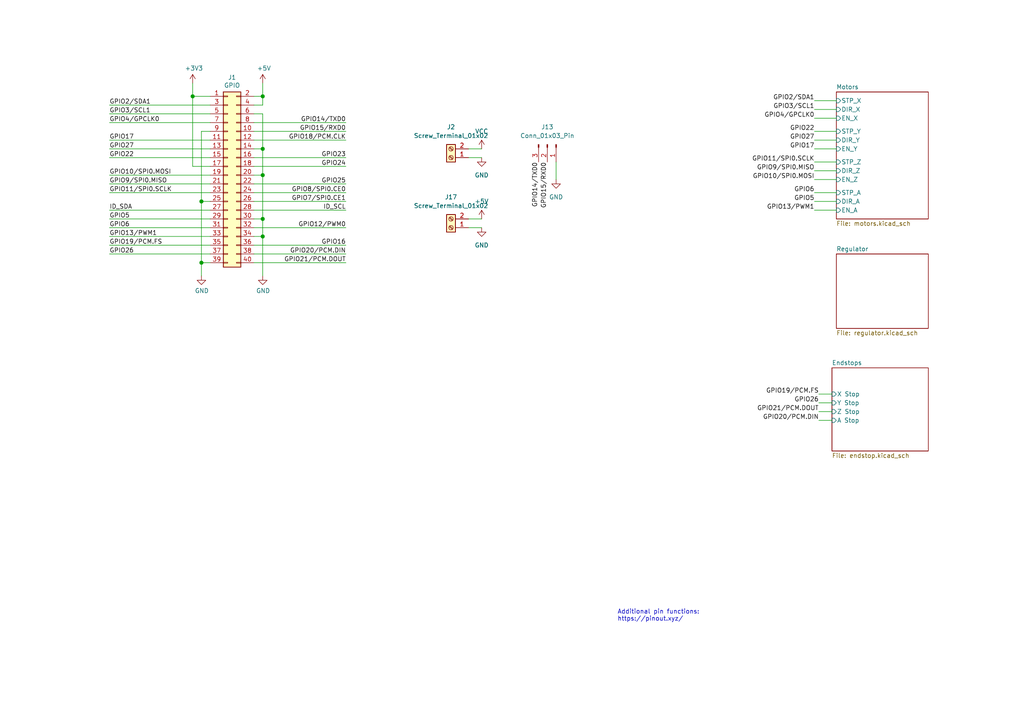
<source format=kicad_sch>
(kicad_sch (version 20230121) (generator eeschema)
  (paper "A4")
  (title_block (date "15 nov 2012"))
  (lib_symbols
    (symbol "+5V_1" (power) (pin_names (offset 0))
      (property "Value" "+5V_1" (at 0 3.556 0))
      (symbol "+5V_1_0_1"
        (polyline (pts (xy -0.762 1.27) (xy 0 2.54)))
        (polyline (pts (xy 0 0) (xy 0 2.54)))
        (polyline (pts (xy 0 2.54) (xy 0.762 1.27)))
      )
      (symbol "+5V_1_1_1"
        (pin power_in line (at 0 0 90) (length 0) hide (name "+5V") (number "1"))
      )
    )
    (symbol "Connector:Conn_01x03_Pin" (pin_names (offset 1.016) hide)
      (property "Reference" "J" (at 0 5.08 0))
      (property "Value" "Conn_01x03_Pin" (at 0 -5.08 0))
      (symbol "Conn_01x03_Pin_1_1"
        (polyline (pts (xy 1.27 -2.54) (xy 0.8636 -2.54)) (stroke (width 0.1524)))
        (polyline (pts (xy 1.27 0) (xy 0.8636 0)) (stroke (width 0.1524)))
        (polyline (pts (xy 1.27 2.54) (xy 0.8636 2.54)) (stroke (width 0.1524)))
        (rectangle (start 0.8636 -2.413) (end 0 -2.667) (stroke (width 0.1524)) (fill (type outline)))
        (rectangle (start 0.8636 0.127) (end 0 -0.127) (stroke (width 0.1524)) (fill (type outline)))
        (rectangle (start 0.8636 2.667) (end 0 2.413) (stroke (width 0.1524)) (fill (type outline)))
        (pin passive line (at 5.08 2.54 180) (length 3.81) (name "Pin_1") (number "1"))
        (pin passive line (at 5.08 0 180) (length 3.81) (name "Pin_2") (number "2"))
        (pin passive line (at 5.08 -2.54 180) (length 3.81) (name "Pin_3") (number "3"))
      )
    )
    (symbol "Connector:Screw_Terminal_01x02" (pin_names (offset 1.016) hide)
      (property "Reference" "J" (at 0 2.54 0))
      (property "Value" "Screw_Terminal_01x02" (at 0 -5.08 0))
      (symbol "Screw_Terminal_01x02_1_1"
        (rectangle (start -1.27 1.27) (end 1.27 -3.81) (stroke (width 0.254)) (fill (type background)))
        (circle (center 0 -2.54) (radius 0.635) (stroke (width 0.1524)))
        (polyline (pts (xy -0.5334 -2.2098) (xy 0.3302 -3.048)) (stroke (width 0.1524)))
        (polyline (pts (xy -0.5334 0.3302) (xy 0.3302 -0.508)) (stroke (width 0.1524)))
        (polyline (pts (xy -0.3556 -2.032) (xy 0.508 -2.8702)) (stroke (width 0.1524)))
        (polyline (pts (xy -0.3556 0.508) (xy 0.508 -0.3302)) (stroke (width 0.1524)))
        (circle (center 0 0) (radius 0.635) (stroke (width 0.1524)))
        (pin passive line (at -5.08 0 0) (length 3.81) (name "Pin_1") (number "1"))
        (pin passive line (at -5.08 -2.54 0) (length 3.81) (name "Pin_2") (number "2"))
      )
    )
    (symbol "Connector_Generic:Conn_02x20_Odd_Even" (pin_names (offset 1.016) hide)
      (property "Reference" "J" (at 1.27 25.4 0))
      (property "Value" "Conn_02x20_Odd_Even" (at 1.27 -27.94 0))
      (symbol "Conn_02x20_Odd_Even_1_1"
        (rectangle (start -1.27 -25.273) (end 0 -25.527) (stroke (width 0.1524)))
        (rectangle (start -1.27 -22.733) (end 0 -22.987) (stroke (width 0.1524)))
        (rectangle (start -1.27 -20.193) (end 0 -20.447) (stroke (width 0.1524)))
        (rectangle (start -1.27 -17.653) (end 0 -17.907) (stroke (width 0.1524)))
        (rectangle (start -1.27 -15.113) (end 0 -15.367) (stroke (width 0.1524)))
        (rectangle (start -1.27 -12.573) (end 0 -12.827) (stroke (width 0.1524)))
        (rectangle (start -1.27 -10.033) (end 0 -10.287) (stroke (width 0.1524)))
        (rectangle (start -1.27 -7.493) (end 0 -7.747) (stroke (width 0.1524)))
        (rectangle (start -1.27 -4.953) (end 0 -5.207) (stroke (width 0.1524)))
        (rectangle (start -1.27 -2.413) (end 0 -2.667) (stroke (width 0.1524)))
        (rectangle (start -1.27 0.127) (end 0 -0.127) (stroke (width 0.1524)))
        (rectangle (start -1.27 2.667) (end 0 2.413) (stroke (width 0.1524)))
        (rectangle (start -1.27 5.207) (end 0 4.953) (stroke (width 0.1524)))
        (rectangle (start -1.27 7.747) (end 0 7.493) (stroke (width 0.1524)))
        (rectangle (start -1.27 10.287) (end 0 10.033) (stroke (width 0.1524)))
        (rectangle (start -1.27 12.827) (end 0 12.573) (stroke (width 0.1524)))
        (rectangle (start -1.27 15.367) (end 0 15.113) (stroke (width 0.1524)))
        (rectangle (start -1.27 17.907) (end 0 17.653) (stroke (width 0.1524)))
        (rectangle (start -1.27 20.447) (end 0 20.193) (stroke (width 0.1524)))
        (rectangle (start -1.27 22.987) (end 0 22.733) (stroke (width 0.1524)))
        (rectangle (start -1.27 24.13) (end 3.81 -26.67) (stroke (width 0.254)) (fill (type background)))
        (rectangle (start 3.81 -25.273) (end 2.54 -25.527) (stroke (width 0.1524)))
        (rectangle (start 3.81 -22.733) (end 2.54 -22.987) (stroke (width 0.1524)))
        (rectangle (start 3.81 -20.193) (end 2.54 -20.447) (stroke (width 0.1524)))
        (rectangle (start 3.81 -17.653) (end 2.54 -17.907) (stroke (width 0.1524)))
        (rectangle (start 3.81 -15.113) (end 2.54 -15.367) (stroke (width 0.1524)))
        (rectangle (start 3.81 -12.573) (end 2.54 -12.827) (stroke (width 0.1524)))
        (rectangle (start 3.81 -10.033) (end 2.54 -10.287) (stroke (width 0.1524)))
        (rectangle (start 3.81 -7.493) (end 2.54 -7.747) (stroke (width 0.1524)))
        (rectangle (start 3.81 -4.953) (end 2.54 -5.207) (stroke (width 0.1524)))
        (rectangle (start 3.81 -2.413) (end 2.54 -2.667) (stroke (width 0.1524)))
        (rectangle (start 3.81 0.127) (end 2.54 -0.127) (stroke (width 0.1524)))
        (rectangle (start 3.81 2.667) (end 2.54 2.413) (stroke (width 0.1524)))
        (rectangle (start 3.81 5.207) (end 2.54 4.953) (stroke (width 0.1524)))
        (rectangle (start 3.81 7.747) (end 2.54 7.493) (stroke (width 0.1524)))
        (rectangle (start 3.81 10.287) (end 2.54 10.033) (stroke (width 0.1524)))
        (rectangle (start 3.81 12.827) (end 2.54 12.573) (stroke (width 0.1524)))
        (rectangle (start 3.81 15.367) (end 2.54 15.113) (stroke (width 0.1524)))
        (rectangle (start 3.81 17.907) (end 2.54 17.653) (stroke (width 0.1524)))
        (rectangle (start 3.81 20.447) (end 2.54 20.193) (stroke (width 0.1524)))
        (rectangle (start 3.81 22.987) (end 2.54 22.733) (stroke (width 0.1524)))
        (pin passive line (at -5.08 22.86 0) (length 3.81) (name "Pin_1") (number "1"))
        (pin passive line (at 7.62 12.7 180) (length 3.81) (name "Pin_10") (number "10"))
        (pin passive line (at -5.08 10.16 0) (length 3.81) (name "Pin_11") (number "11"))
        (pin passive line (at 7.62 10.16 180) (length 3.81) (name "Pin_12") (number "12"))
        (pin passive line (at -5.08 7.62 0) (length 3.81) (name "Pin_13") (number "13"))
        (pin passive line (at 7.62 7.62 180) (length 3.81) (name "Pin_14") (number "14"))
        (pin passive line (at -5.08 5.08 0) (length 3.81) (name "Pin_15") (number "15"))
        (pin passive line (at 7.62 5.08 180) (length 3.81) (name "Pin_16") (number "16"))
        (pin passive line (at -5.08 2.54 0) (length 3.81) (name "Pin_17") (number "17"))
        (pin passive line (at 7.62 2.54 180) (length 3.81) (name "Pin_18") (number "18"))
        (pin passive line (at -5.08 0 0) (length 3.81) (name "Pin_19") (number "19"))
        (pin passive line (at 7.62 22.86 180) (length 3.81) (name "Pin_2") (number "2"))
        (pin passive line (at 7.62 0 180) (length 3.81) (name "Pin_20") (number "20"))
        (pin passive line (at -5.08 -2.54 0) (length 3.81) (name "Pin_21") (number "21"))
        (pin passive line (at 7.62 -2.54 180) (length 3.81) (name "Pin_22") (number "22"))
        (pin passive line (at -5.08 -5.08 0) (length 3.81) (name "Pin_23") (number "23"))
        (pin passive line (at 7.62 -5.08 180) (length 3.81) (name "Pin_24") (number "24"))
        (pin passive line (at -5.08 -7.62 0) (length 3.81) (name "Pin_25") (number "25"))
        (pin passive line (at 7.62 -7.62 180) (length 3.81) (name "Pin_26") (number "26"))
        (pin passive line (at -5.08 -10.16 0) (length 3.81) (name "Pin_27") (number "27"))
        (pin passive line (at 7.62 -10.16 180) (length 3.81) (name "Pin_28") (number "28"))
        (pin passive line (at -5.08 -12.7 0) (length 3.81) (name "Pin_29") (number "29"))
        (pin passive line (at -5.08 20.32 0) (length 3.81) (name "Pin_3") (number "3"))
        (pin passive line (at 7.62 -12.7 180) (length 3.81) (name "Pin_30") (number "30"))
        (pin passive line (at -5.08 -15.24 0) (length 3.81) (name "Pin_31") (number "31"))
        (pin passive line (at 7.62 -15.24 180) (length 3.81) (name "Pin_32") (number "32"))
        (pin passive line (at -5.08 -17.78 0) (length 3.81) (name "Pin_33") (number "33"))
        (pin passive line (at 7.62 -17.78 180) (length 3.81) (name "Pin_34") (number "34"))
        (pin passive line (at -5.08 -20.32 0) (length 3.81) (name "Pin_35") (number "35"))
        (pin passive line (at 7.62 -20.32 180) (length 3.81) (name "Pin_36") (number "36"))
        (pin passive line (at -5.08 -22.86 0) (length 3.81) (name "Pin_37") (number "37"))
        (pin passive line (at 7.62 -22.86 180) (length 3.81) (name "Pin_38") (number "38"))
        (pin passive line (at -5.08 -25.4 0) (length 3.81) (name "Pin_39") (number "39"))
        (pin passive line (at 7.62 20.32 180) (length 3.81) (name "Pin_4") (number "4"))
        (pin passive line (at 7.62 -25.4 180) (length 3.81) (name "Pin_40") (number "40"))
        (pin passive line (at -5.08 17.78 0) (length 3.81) (name "Pin_5") (number "5"))
        (pin passive line (at 7.62 17.78 180) (length 3.81) (name "Pin_6") (number "6"))
        (pin passive line (at -5.08 15.24 0) (length 3.81) (name "Pin_7") (number "7"))
        (pin passive line (at 7.62 15.24 180) (length 3.81) (name "Pin_8") (number "8"))
        (pin passive line (at -5.08 12.7 0) (length 3.81) (name "Pin_9") (number "9"))
      )
    )
    (symbol "power:+3.3V" (power) (pin_names (offset 0))
      (property "Value" "+3.3V" (at 0 3.556 0))
      (symbol "+3.3V_0_1"
        (polyline (pts (xy -0.762 1.27) (xy 0 2.54)))
        (polyline (pts (xy 0 0) (xy 0 2.54)))
        (polyline (pts (xy 0 2.54) (xy 0.762 1.27)))
      )
      (symbol "+3.3V_1_1"
        (pin power_in line (at 0 0 90) (length 0) hide (name "+3V3") (number "1"))
      )
    )
    (symbol "power:+5V" (power) (pin_names (offset 0))
      (property "Value" "+5V" (at 0 3.556 0))
      (symbol "+5V_0_1"
        (polyline (pts (xy -0.762 1.27) (xy 0 2.54)))
        (polyline (pts (xy 0 0) (xy 0 2.54)))
        (polyline (pts (xy 0 2.54) (xy 0.762 1.27)))
      )
      (symbol "+5V_1_1"
        (pin power_in line (at 0 0 90) (length 0) hide (name "+5V") (number "1"))
      )
    )
    (symbol "power:GND" (power) (pin_names (offset 0))
      (property "Value" "GND" (at 0 -3.81 0))
      (symbol "GND_0_1"
        (polyline (pts (xy 0 0) (xy 0 -1.27) (xy 1.27 -1.27) (xy 0 -2.54) (xy -1.27 -1.27) (xy 0 -1.27)))
      )
      (symbol "GND_1_1"
        (pin power_in line (at 0 0 270) (length 0) hide (name "GND") (number "1"))
      )
    )
    (symbol "power:VCC" (power) (pin_names (offset 0))
      (property "Value" "VCC" (at 0 3.81 0))
      (symbol "VCC_0_1"
        (polyline (pts (xy -0.762 1.27) (xy 0 2.54)))
        (polyline (pts (xy 0 0) (xy 0 2.54)))
        (polyline (pts (xy 0 2.54) (xy 0.762 1.27)))
      )
      (symbol "VCC_1_1"
        (pin power_in line (at 0 0 90) (length 0) hide (name "VCC") (number "1"))
      )
    )
  )
  (junction (at 76.2 27.94) (diameter 1.016))
  (junction (at 76.2 43.18) (diameter 1.016))
  (junction (at 58.42 76.2) (diameter 1.016))
  (junction (at 58.42 58.42) (diameter 1.016))
  (junction (at 76.2 68.58) (diameter 1.016))
  (junction (at 76.2 63.5) (diameter 1.016))
  (junction (at 76.2 50.8) (diameter 1.016))
  (junction (at 55.88 27.94) (diameter 1.016))
  (wire (pts (xy 58.42 58.42) (xy 58.42 76.2)))
  (wire (pts (xy 73.66 58.42) (xy 100.33 58.42)))
  (wire (pts (xy 60.96 40.64) (xy 31.75 40.64)))
  (wire (pts (xy 76.2 33.02) (xy 76.2 43.18)))
  (wire (pts (xy 76.2 50.8) (xy 73.66 50.8)))
  (wire (pts (xy 135.89 66.04) (xy 139.7 66.04)))
  (wire (pts (xy 76.2 63.5) (xy 76.2 68.58)))
  (wire (pts (xy 237.49 121.92) (xy 241.3 121.92)))
  (wire (pts (xy 236.22 38.1) (xy 242.57 38.1)))
  (wire (pts (xy 236.22 40.64) (xy 242.57 40.64)))
  (wire (pts (xy 135.89 43.18) (xy 139.7 43.18)))
  (wire (pts (xy 76.2 50.8) (xy 76.2 63.5)))
  (wire (pts (xy 73.66 35.56) (xy 100.33 35.56)))
  (wire (pts (xy 58.42 38.1) (xy 58.42 58.42)))
  (wire (pts (xy 58.42 38.1) (xy 60.96 38.1)))
  (wire (pts (xy 73.66 55.88) (xy 100.33 55.88)))
  (wire (pts (xy 60.96 60.96) (xy 31.75 60.96)))
  (wire (pts (xy 31.75 63.5) (xy 60.96 63.5)))
  (wire (pts (xy 236.22 49.53) (xy 242.57 49.53)))
  (wire (pts (xy 236.22 43.18) (xy 242.57 43.18)))
  (wire (pts (xy 58.42 58.42) (xy 60.96 58.42)))
  (wire (pts (xy 73.66 45.72) (xy 100.33 45.72)))
  (wire (pts (xy 135.89 63.5) (xy 139.7 63.5)))
  (wire (pts (xy 73.66 76.2) (xy 100.33 76.2)))
  (wire (pts (xy 58.42 76.2) (xy 58.42 80.01)))
  (wire (pts (xy 31.75 43.18) (xy 60.96 43.18)))
  (wire (pts (xy 55.88 24.13) (xy 55.88 27.94)))
  (wire (pts (xy 76.2 68.58) (xy 73.66 68.58)))
  (wire (pts (xy 236.22 55.88) (xy 242.57 55.88)))
  (wire (pts (xy 31.75 33.02) (xy 60.96 33.02)))
  (wire (pts (xy 236.22 46.99) (xy 242.57 46.99)))
  (wire (pts (xy 31.75 55.88) (xy 60.96 55.88)))
  (wire (pts (xy 55.88 48.26) (xy 60.96 48.26)))
  (wire (pts (xy 60.96 30.48) (xy 31.75 30.48)))
  (wire (pts (xy 76.2 27.94) (xy 76.2 30.48)))
  (wire (pts (xy 76.2 43.18) (xy 76.2 50.8)))
  (wire (pts (xy 73.66 40.64) (xy 100.33 40.64)))
  (wire (pts (xy 76.2 43.18) (xy 73.66 43.18)))
  (wire (pts (xy 135.89 45.72) (xy 139.7 45.72)))
  (wire (pts (xy 76.2 24.13) (xy 76.2 27.94)))
  (wire (pts (xy 236.22 52.07) (xy 242.57 52.07)))
  (wire (pts (xy 31.75 35.56) (xy 60.96 35.56)))
  (wire (pts (xy 76.2 27.94) (xy 73.66 27.94)))
  (wire (pts (xy 55.88 27.94) (xy 55.88 48.26)))
  (wire (pts (xy 73.66 48.26) (xy 100.33 48.26)))
  (wire (pts (xy 236.22 31.75) (xy 242.57 31.75)))
  (wire (pts (xy 73.66 38.1) (xy 100.33 38.1)))
  (wire (pts (xy 161.29 52.07) (xy 161.29 46.99)))
  (wire (pts (xy 237.49 119.38) (xy 241.3 119.38)))
  (wire (pts (xy 237.49 114.3) (xy 241.3 114.3)))
  (wire (pts (xy 31.75 45.72) (xy 60.96 45.72)))
  (wire (pts (xy 237.49 116.84) (xy 241.3 116.84)))
  (wire (pts (xy 31.75 53.34) (xy 60.96 53.34)))
  (wire (pts (xy 31.75 66.04) (xy 60.96 66.04)))
  (wire (pts (xy 76.2 30.48) (xy 73.66 30.48)))
  (wire (pts (xy 31.75 71.12) (xy 60.96 71.12)))
  (wire (pts (xy 73.66 71.12) (xy 100.33 71.12)))
  (wire (pts (xy 73.66 66.04) (xy 100.33 66.04)))
  (wire (pts (xy 236.22 34.29) (xy 242.57 34.29)))
  (wire (pts (xy 58.42 76.2) (xy 60.96 76.2)))
  (wire (pts (xy 73.66 73.66) (xy 100.33 73.66)))
  (wire (pts (xy 76.2 33.02) (xy 73.66 33.02)))
  (wire (pts (xy 31.75 73.66) (xy 60.96 73.66)))
  (wire (pts (xy 236.22 60.96) (xy 242.57 60.96)))
  (wire (pts (xy 236.22 29.21) (xy 242.57 29.21)))
  (wire (pts (xy 76.2 68.58) (xy 76.2 80.01)))
  (wire (pts (xy 73.66 53.34) (xy 100.33 53.34)))
  (wire (pts (xy 60.96 68.58) (xy 31.75 68.58)))
  (wire (pts (xy 236.22 58.42) (xy 242.57 58.42)))
  (wire (pts (xy 76.2 63.5) (xy 73.66 63.5)))
  (wire (pts (xy 55.88 27.94) (xy 60.96 27.94)))
  (wire (pts (xy 60.96 50.8) (xy 31.75 50.8)))
  (wire (pts (xy 73.66 60.96) (xy 100.33 60.96)))
  (text "Additional pin functions:\nhttps://pinout.xyz/" (at 179.07 180.34 0) (effects (font (size 1.27 1.27)) (justify left bottom)))
  (label "GPIO11{slash}SPI0.SCLK" (at 236.22 46.99 180))
  (label "ID_SDA" (at 31.75 60.96 0))
  (label "GPIO6" (at 31.75 66.04 0))
  (label "GPIO17" (at 236.22 43.18 180))
  (label "GPIO26" (at 237.49 116.84 180))
  (label "GPIO15{slash}RXD0" (at 158.75 46.99 270))
  (label "ID_SCL" (at 100.33 60.96 180))
  (label "GPIO5" (at 31.75 63.5 0))
  (label "GPIO21{slash}PCM.DOUT" (at 100.33 76.2 180))
  (label "GPIO19{slash}PCM.FS" (at 31.75 71.12 0))
  (label "GPIO10{slash}SPI0.MOSI" (at 31.75 50.8 0))
  (label "GPIO9{slash}SPI0.MISO" (at 31.75 53.34 0))
  (label "GPIO10{slash}SPI0.MOSI" (at 236.22 52.07 180))
  (label "GPIO23" (at 100.33 45.72 180))
  (label "GPIO13{slash}PWM1" (at 236.22 60.96 180))
  (label "GPIO4{slash}GPCLK0" (at 31.75 35.56 0))
  (label "GPIO27" (at 31.75 43.18 0))
  (label "GPIO26" (at 31.75 73.66 0))
  (label "GPIO14{slash}TXD0" (at 100.33 35.56 180))
  (label "GPIO8{slash}SPI0.CE0" (at 100.33 55.88 180))
  (label "GPIO15{slash}RXD0" (at 100.33 38.1 180))
  (label "GPIO16" (at 100.33 71.12 180))
  (label "GPIO9{slash}SPI0.MISO" (at 236.22 49.53 180))
  (label "GPIO2{slash}SDA1" (at 236.22 29.21 180))
  (label "GPIO6" (at 236.22 55.88 180))
  (label "GPIO22" (at 31.75 45.72 0))
  (label "GPIO2{slash}SDA1" (at 31.75 30.48 0))
  (label "GPIO17" (at 31.75 40.64 0))
  (label "GPIO25" (at 100.33 53.34 180))
  (label "GPIO3{slash}SCL1" (at 31.75 33.02 0))
  (label "GPIO18{slash}PCM.CLK" (at 100.33 40.64 180))
  (label "GPIO4{slash}GPCLK0" (at 236.22 34.29 180))
  (label "GPIO19{slash}PCM.FS" (at 237.49 114.3 180))
  (label "GPIO12{slash}PWM0" (at 100.33 66.04 180))
  (label "GPIO3{slash}SCL1" (at 236.22 31.75 180))
  (label "GPIO14{slash}TXD0" (at 156.21 46.99 270))
  (label "GPIO13{slash}PWM1" (at 31.75 68.58 0))
  (label "GPIO20{slash}PCM.DIN" (at 100.33 73.66 180))
  (label "GPIO24" (at 100.33 48.26 180))
  (label "GPIO7{slash}SPI0.CE1" (at 100.33 58.42 180))
  (label "GPIO27" (at 236.22 40.64 180))
  (label "GPIO20{slash}PCM.DIN" (at 237.49 121.92 180))
  (label "GPIO5" (at 236.22 58.42 180))
  (label "GPIO22" (at 236.22 38.1 180))
  (label "GPIO21{slash}PCM.DOUT" (at 237.49 119.38 180))
  (label "GPIO11{slash}SPI0.SCLK" (at 31.75 55.88 0))
  (symbol (lib_id "power:+5V") (at 76.2 24.13 0) (unit 1)
    (property "Reference" "#PWR01" (effects hide))
    (property "Value" "+5V" (at 76.5683 19.8056 0))
  )
  (symbol (lib_id "power:+3.3V") (at 55.88 24.13 0) (unit 1)
    (property "Reference" "#PWR04" (effects hide))
    (property "Value" "+3.3V" (at 56.2483 19.8056 0))
  )
  (symbol (lib_id "power:GND") (at 76.2 80.01 0) (unit 1)
    (property "Reference" "#PWR02" (effects hide))
    (property "Value" "GND" (at 76.3143 84.3344 0))
  )
  (symbol (lib_id "power:GND") (at 58.42 80.01 0) (unit 1)
    (property "Reference" "#PWR03" (effects hide))
    (property "Value" "GND" (at 58.5343 84.3344 0))
  )
  (symbol (lib_id "Connector_Generic:Conn_02x20_Odd_Even") (at 66.04 50.8 0) (unit 1)
    (property "Reference" "J1" (at 67.31 22.4598 0))
    (property "Value" "GPIO" (at 67.31 24.765 0))
    (property "Footprint" "Connector_PinSocket_2.54mm:PinSocket_2x20_P2.54mm_Vertical" (effects hide))
  )
  (symbol (lib_id "power:GND") (at 139.7 45.72 0) (unit 1)
    (property "Reference" "#PWR08" (effects hide))
    (property "Value" "GND" (at 139.7 50.8 0))
  )
  (symbol (lib_id "Connector:Screw_Terminal_01x02") (at 130.81 66.04 180) (unit 1)
    (property "Reference" "J17" (at 130.81 57.15 0))
    (property "Value" "Screw_Terminal_01x02" (at 130.81 59.69 0))
    (property "Footprint" "TerminalBlock_WAGO:TerminalBlock_WAGO_236-102_1x02_P5.00mm_45Degree" (effects hide))
  )
  (symbol (lib_id "power:GND") (at 139.7 66.04 0) (unit 1)
    (property "Reference" "#PWR044" (effects hide))
    (property "Value" "GND" (at 139.7 71.12 0))
  )
  (symbol (lib_id "Connector:Screw_Terminal_01x02") (at 130.81 45.72 180) (unit 1)
    (property "Reference" "J2" (at 130.81 36.83 0))
    (property "Value" "Screw_Terminal_01x02" (at 130.81 39.37 0))
    (property "Footprint" "TerminalBlock_WAGO:TerminalBlock_WAGO_236-102_1x02_P5.00mm_45Degree" (effects hide))
  )
  (symbol (lib_name "+5V_1") (lib_id "power:+5V") (at 139.7 63.5 0) (unit 1)
    (property "Reference" "#PWR043" (effects hide))
    (property "Value" "+5V" (at 139.7 58.42 0))
  )
  (symbol (lib_id "power:GND") (at 161.29 52.07 0) (unit 1)
    (property "Reference" "#PWR036" (effects hide))
    (property "Value" "GND" (at 161.29 57.15 0))
  )
  (symbol (lib_id "Connector:Conn_01x03_Pin") (at 158.75 41.91 270) (unit 1)
    (property "Reference" "J13" (at 158.75 36.83 90))
    (property "Value" "Conn_01x03_Pin" (at 158.75 39.37 90))
    (property "Footprint" "Connector_JST:JST_XH_B3B-XH-A_1x03_P2.50mm_Vertical" (effects hide))
  )
  (symbol (lib_id "power:VCC") (at 139.7 43.18 0) (unit 1)
    (property "Reference" "#PWR07" (effects hide))
    (property "Value" "VCC" (at 139.7 38.1 0))
  )
  (sheet (at 242.57 26.67) (size 26.67 36.83) (stroke (width 0.1524))
    (property "Sheetname" "Motors" (at 242.57 25.9584 0) (effects (justify left bottom)))
    (property "Sheetfile" "motors.kicad_sch" (at 242.57 64.0846 0) (effects (justify left top)))
    (pin "EN_X" input (at 242.57 34.29 180))
    (pin "STP_X" input (at 242.57 29.21 180))
    (pin "DIR_X" input (at 242.57 31.75 180))
    (pin "EN_Y" input (at 242.57 43.18 180))
    (pin "STP_Y" input (at 242.57 38.1 180))
    (pin "DIR_Y" input (at 242.57 40.64 180))
    (pin "DIR_A" input (at 242.57 58.42 180))
    (pin "EN_A" input (at 242.57 60.96 180))
    (pin "STP_A" input (at 242.57 55.88 180))
    (pin "EN_Z" input (at 242.57 52.07 180))
    (pin "STP_Z" input (at 242.57 46.99 180))
    (pin "DIR_Z" input (at 242.57 49.53 180))
  )
  (sheet (at 242.57 73.66) (size 26.67 21.59) (stroke (width 0.1524))
    (property "Sheetname" "Regulator" (at 242.57 72.9484 0) (effects (justify left bottom)))
    (property "Sheetfile" "regulator.kicad_sch" (at 242.57 95.8346 0) (effects (justify left top)))
  )
  (sheet (at 241.3 106.68) (size 27.94 24.13) (stroke (width 0.1524))
    (property "Sheetname" "Endstops" (at 241.3 105.9684 0) (effects (justify left bottom)))
    (property "Sheetfile" "endstop.kicad_sch" (at 241.3 131.3946 0) (effects (justify left top)))
    (pin "A Stop" input (at 241.3 121.92 180))
    (pin "X Stop" input (at 241.3 114.3 180))
    (pin "Y Stop" input (at 241.3 116.84 180))
    (pin "Z Stop" input (at 241.3 119.38 180))
  )
)
</source>
